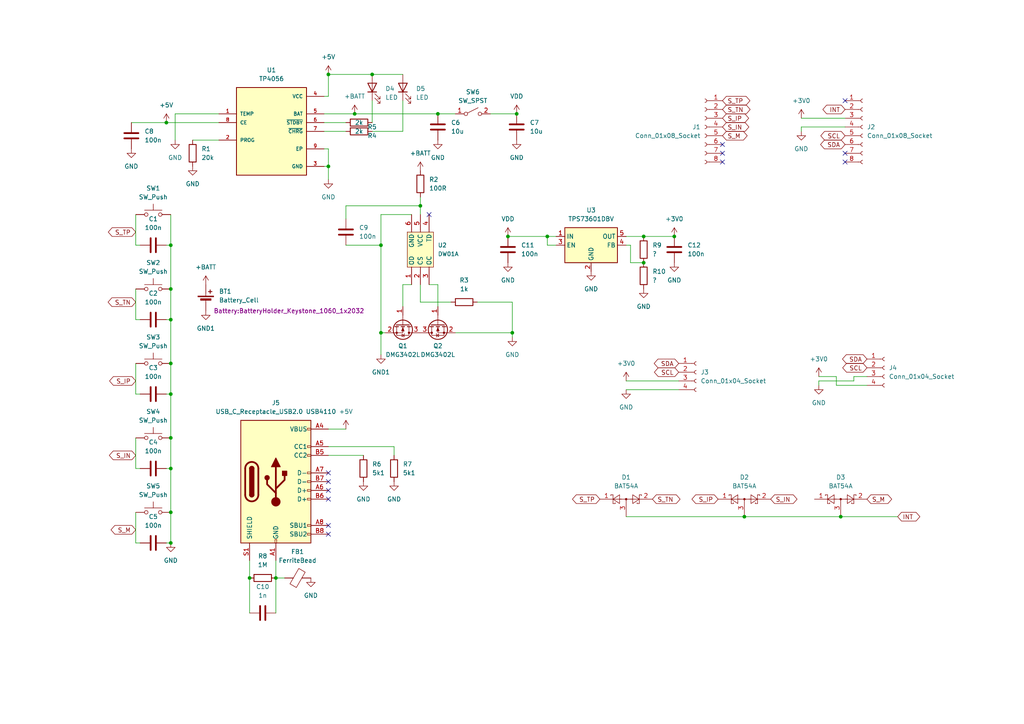
<source format=kicad_sch>
(kicad_sch (version 20230121) (generator eeschema)
  (paper "A4")
  (lib_symbols
    (symbol "Connector:Conn_01x04_Socket" (pin_names (offset 1.016) hide)
      (property "Reference" "J" (at 0 5.08 0))
      (property "Value" "Conn_01x04_Socket" (at 0 -7.62 0))
      (symbol "Conn_01x04_Socket_1_1"
        (arc (start 0 -4.572) (mid -0.5058 -5.08) (end 0 -5.588) (stroke (width 0.1524)))
        (arc (start 0 -2.032) (mid -0.5058 -2.54) (end 0 -3.048) (stroke (width 0.1524)))
        (polyline (pts (xy -1.27 -5.08) (xy -0.508 -5.08)) (stroke (width 0.1524)))
        (polyline (pts (xy -1.27 -2.54) (xy -0.508 -2.54)) (stroke (width 0.1524)))
        (polyline (pts (xy -1.27 0) (xy -0.508 0)) (stroke (width 0.1524)))
        (polyline (pts (xy -1.27 2.54) (xy -0.508 2.54)) (stroke (width 0.1524)))
        (arc (start 0 0.508) (mid -0.5058 0) (end 0 -0.508) (stroke (width 0.1524)))
        (arc (start 0 3.048) (mid -0.5058 2.54) (end 0 2.032) (stroke (width 0.1524)))
        (pin passive line (at -5.08 2.54 0) (length 3.81) (name "Pin_1") (number "1"))
        (pin passive line (at -5.08 0 0) (length 3.81) (name "Pin_2") (number "2"))
        (pin passive line (at -5.08 -2.54 0) (length 3.81) (name "Pin_3") (number "3"))
        (pin passive line (at -5.08 -5.08 0) (length 3.81) (name "Pin_4") (number "4"))
      )
    )
    (symbol "Connector:Conn_01x08_Socket" (pin_names (offset 1.016) hide)
      (property "Reference" "J" (at 0 10.16 0))
      (property "Value" "Conn_01x08_Socket" (at 0 -12.7 0))
      (symbol "Conn_01x08_Socket_1_1"
        (arc (start 0 -9.652) (mid -0.5058 -10.16) (end 0 -10.668) (stroke (width 0.1524)))
        (arc (start 0 -7.112) (mid -0.5058 -7.62) (end 0 -8.128) (stroke (width 0.1524)))
        (arc (start 0 -4.572) (mid -0.5058 -5.08) (end 0 -5.588) (stroke (width 0.1524)))
        (arc (start 0 -2.032) (mid -0.5058 -2.54) (end 0 -3.048) (stroke (width 0.1524)))
        (polyline (pts (xy -1.27 -10.16) (xy -0.508 -10.16)) (stroke (width 0.1524)))
        (polyline (pts (xy -1.27 -7.62) (xy -0.508 -7.62)) (stroke (width 0.1524)))
        (polyline (pts (xy -1.27 -5.08) (xy -0.508 -5.08)) (stroke (width 0.1524)))
        (polyline (pts (xy -1.27 -2.54) (xy -0.508 -2.54)) (stroke (width 0.1524)))
        (polyline (pts (xy -1.27 0) (xy -0.508 0)) (stroke (width 0.1524)))
        (polyline (pts (xy -1.27 2.54) (xy -0.508 2.54)) (stroke (width 0.1524)))
        (polyline (pts (xy -1.27 5.08) (xy -0.508 5.08)) (stroke (width 0.1524)))
        (polyline (pts (xy -1.27 7.62) (xy -0.508 7.62)) (stroke (width 0.1524)))
        (arc (start 0 0.508) (mid -0.5058 0) (end 0 -0.508) (stroke (width 0.1524)))
        (arc (start 0 3.048) (mid -0.5058 2.54) (end 0 2.032) (stroke (width 0.1524)))
        (arc (start 0 5.588) (mid -0.5058 5.08) (end 0 4.572) (stroke (width 0.1524)))
        (arc (start 0 8.128) (mid -0.5058 7.62) (end 0 7.112) (stroke (width 0.1524)))
        (pin passive line (at -5.08 7.62 0) (length 3.81) (name "Pin_1") (number "1"))
        (pin passive line (at -5.08 5.08 0) (length 3.81) (name "Pin_2") (number "2"))
        (pin passive line (at -5.08 2.54 0) (length 3.81) (name "Pin_3") (number "3"))
        (pin passive line (at -5.08 0 0) (length 3.81) (name "Pin_4") (number "4"))
        (pin passive line (at -5.08 -2.54 0) (length 3.81) (name "Pin_5") (number "5"))
        (pin passive line (at -5.08 -5.08 0) (length 3.81) (name "Pin_6") (number "6"))
        (pin passive line (at -5.08 -7.62 0) (length 3.81) (name "Pin_7") (number "7"))
        (pin passive line (at -5.08 -10.16 0) (length 3.81) (name "Pin_8") (number "8"))
      )
    )
    (symbol "Connector:USB_C_Receptacle_USB2.0" (pin_names (offset 1.016))
      (property "Reference" "J" (at -10.16 19.05 0))
      (property "Value" "USB_C_Receptacle_USB2.0" (at 19.05 19.05 0))
      (symbol "USB_C_Receptacle_USB2.0_0_0"
        (rectangle (start -0.254 -17.78) (end 0.254 -16.764))
        (rectangle (start 10.16 -14.986) (end 9.144 -15.494))
        (rectangle (start 10.16 -12.446) (end 9.144 -12.954))
        (rectangle (start 10.16 -4.826) (end 9.144 -5.334))
        (rectangle (start 10.16 -2.286) (end 9.144 -2.794))
        (rectangle (start 10.16 0.254) (end 9.144 -0.254))
        (rectangle (start 10.16 2.794) (end 9.144 2.286))
        (rectangle (start 10.16 7.874) (end 9.144 7.366))
        (rectangle (start 10.16 10.414) (end 9.144 9.906))
        (rectangle (start 10.16 15.494) (end 9.144 14.986))
      )
      (symbol "USB_C_Receptacle_USB2.0_0_1"
        (rectangle (start -10.16 17.78) (end 10.16 -17.78) (stroke (width 0.254)) (fill (type background)))
        (arc (start -8.89 -3.81) (mid -6.985 -5.7067) (end -5.08 -3.81) (stroke (width 0.508)))
        (arc (start -7.62 -3.81) (mid -6.985 -4.4423) (end -6.35 -3.81) (stroke (width 0.254)))
        (arc (start -7.62 -3.81) (mid -6.985 -4.4423) (end -6.35 -3.81) (stroke (width 0.254)) (fill (type outline)))
        (rectangle (start -7.62 -3.81) (end -6.35 3.81) (stroke (width 0.254)) (fill (type outline)))
        (arc (start -6.35 3.81) (mid -6.985 4.4423) (end -7.62 3.81) (stroke (width 0.254)))
        (arc (start -6.35 3.81) (mid -6.985 4.4423) (end -7.62 3.81) (stroke (width 0.254)) (fill (type outline)))
        (arc (start -5.08 3.81) (mid -6.985 5.7067) (end -8.89 3.81) (stroke (width 0.508)))
        (circle (center -2.54 1.143) (radius 0.635) (stroke (width 0.254)) (fill (type outline)))
        (circle (center 0 -5.842) (radius 1.27) (fill (type outline)))
        (polyline (pts (xy -8.89 -3.81) (xy -8.89 3.81)) (stroke (width 0.508)))
        (polyline (pts (xy -5.08 3.81) (xy -5.08 -3.81)) (stroke (width 0.508)))
        (polyline (pts (xy 0 -5.842) (xy 0 4.318)) (stroke (width 0.508)))
        (polyline (pts (xy 0 -3.302) (xy -2.54 -0.762) (xy -2.54 0.508)) (stroke (width 0.508)))
        (polyline (pts (xy 0 -2.032) (xy 2.54 0.508) (xy 2.54 1.778)) (stroke (width 0.508)))
        (polyline (pts (xy -1.27 4.318) (xy 0 6.858) (xy 1.27 4.318) (xy -1.27 4.318)) (stroke (width 0.254)) (fill (type outline)))
        (rectangle (start 1.905 1.778) (end 3.175 3.048) (stroke (width 0.254)) (fill (type outline)))
      )
      (symbol "USB_C_Receptacle_USB2.0_1_1"
        (pin passive line (at 0 -22.86 90) (length 5.08) (name "GND") (number "A1"))
        (pin passive line (at 0 -22.86 90) (length 5.08) hide (name "GND") (number "A12"))
        (pin passive line (at 15.24 15.24 180) (length 5.08) (name "VBUS") (number "A4"))
        (pin bidirectional line (at 15.24 10.16 180) (length 5.08) (name "CC1") (number "A5"))
        (pin bidirectional line (at 15.24 -2.54 180) (length 5.08) (name "D+") (number "A6"))
        (pin bidirectional line (at 15.24 2.54 180) (length 5.08) (name "D-") (number "A7"))
        (pin bidirectional line (at 15.24 -12.7 180) (length 5.08) (name "SBU1") (number "A8"))
        (pin passive line (at 15.24 15.24 180) (length 5.08) hide (name "VBUS") (number "A9"))
        (pin passive line (at 0 -22.86 90) (length 5.08) hide (name "GND") (number "B1"))
        (pin passive line (at 0 -22.86 90) (length 5.08) hide (name "GND") (number "B12"))
        (pin passive line (at 15.24 15.24 180) (length 5.08) hide (name "VBUS") (number "B4"))
        (pin bidirectional line (at 15.24 7.62 180) (length 5.08) (name "CC2") (number "B5"))
        (pin bidirectional line (at 15.24 -5.08 180) (length 5.08) (name "D+") (number "B6"))
        (pin bidirectional line (at 15.24 0 180) (length 5.08) (name "D-") (number "B7"))
        (pin bidirectional line (at 15.24 -15.24 180) (length 5.08) (name "SBU2") (number "B8"))
        (pin passive line (at 15.24 15.24 180) (length 5.08) hide (name "VBUS") (number "B9"))
        (pin passive line (at -7.62 -22.86 90) (length 5.08) (name "SHIELD") (number "S1"))
      )
    )
    (symbol "Device:Battery_Cell" (pin_numbers hide) (pin_names (offset 0) hide)
      (property "Reference" "BT" (at 2.54 2.54 0))
      (property "Value" "Battery_Cell" (at 2.54 0 0))
      (symbol "Battery_Cell_0_1"
        (rectangle (start -2.286 1.778) (end 2.286 1.524) (fill (type outline)))
        (rectangle (start -1.524 1.016) (end 1.524 0.508) (fill (type outline)))
        (polyline (pts (xy 0 0.762) (xy 0 0)))
        (polyline (pts (xy 0 1.778) (xy 0 2.54)))
        (polyline (pts (xy 0.762 3.048) (xy 1.778 3.048)) (stroke (width 0.254)))
        (polyline (pts (xy 1.27 3.556) (xy 1.27 2.54)) (stroke (width 0.254)))
      )
      (symbol "Battery_Cell_1_1"
        (pin passive line (at 0 5.08 270) (length 2.54) (name "+") (number "1"))
        (pin passive line (at 0 -2.54 90) (length 2.54) (name "-") (number "2"))
      )
    )
    (symbol "Device:C" (pin_numbers hide) (pin_names (offset 0.254))
      (property "Reference" "C" (at 0.635 2.54 0))
      (property "Value" "C" (at 0.635 -2.54 0))
      (symbol "C_0_1"
        (polyline (pts (xy -2.032 -0.762) (xy 2.032 -0.762)) (stroke (width 0.508)))
        (polyline (pts (xy -2.032 0.762) (xy 2.032 0.762)) (stroke (width 0.508)))
      )
      (symbol "C_1_1"
        (pin passive line (at 0 3.81 270) (length 2.794) (name "~") (number "1"))
        (pin passive line (at 0 -3.81 90) (length 2.794) (name "~") (number "2"))
      )
    )
    (symbol "Device:FerriteBead" (pin_numbers hide) (pin_names (offset 0))
      (property "Reference" "FB" (at -3.81 0.635 90))
      (property "Value" "FerriteBead" (at 3.81 0 90))
      (symbol "FerriteBead_0_1"
        (polyline (pts (xy 0 -1.27) (xy 0 -1.2192)))
        (polyline (pts (xy 0 1.27) (xy 0 1.2954)))
        (polyline (pts (xy -2.7686 0.4064) (xy -1.7018 2.2606) (xy 2.7686 -0.3048) (xy 1.6764 -2.159) (xy -2.7686 0.4064)))
      )
      (symbol "FerriteBead_1_1"
        (pin passive line (at 0 3.81 270) (length 2.54) (name "~") (number "1"))
        (pin passive line (at 0 -3.81 90) (length 2.54) (name "~") (number "2"))
      )
    )
    (symbol "Device:LED" (pin_numbers hide) (pin_names (offset 1.016) hide)
      (property "Reference" "D" (at 0 2.54 0))
      (property "Value" "LED" (at 0 -2.54 0))
      (symbol "LED_0_1"
        (polyline (pts (xy -1.27 -1.27) (xy -1.27 1.27)) (stroke (width 0.254)))
        (polyline (pts (xy -1.27 0) (xy 1.27 0)))
        (polyline (pts (xy 1.27 -1.27) (xy 1.27 1.27) (xy -1.27 0) (xy 1.27 -1.27)) (stroke (width 0.254)))
        (polyline (pts (xy -3.048 -0.762) (xy -4.572 -2.286) (xy -3.81 -2.286) (xy -4.572 -2.286) (xy -4.572 -1.524)))
        (polyline (pts (xy -1.778 -0.762) (xy -3.302 -2.286) (xy -2.54 -2.286) (xy -3.302 -2.286) (xy -3.302 -1.524)))
      )
      (symbol "LED_1_1"
        (pin passive line (at -3.81 0 0) (length 2.54) (name "K") (number "1"))
        (pin passive line (at 3.81 0 180) (length 2.54) (name "A") (number "2"))
      )
    )
    (symbol "Device:R" (pin_numbers hide) (pin_names (offset 0))
      (property "Reference" "R" (at 2.032 0 90))
      (property "Value" "R" (at 0 0 90))
      (symbol "R_0_1"
        (rectangle (start -1.016 -2.54) (end 1.016 2.54) (stroke (width 0.254)))
      )
      (symbol "R_1_1"
        (pin passive line (at 0 3.81 270) (length 1.27) (name "~") (number "1"))
        (pin passive line (at 0 -3.81 90) (length 1.27) (name "~") (number "2"))
      )
    )
    (symbol "Diode:BAT54A" (pin_names (offset 1.016))
      (property "Reference" "D" (at 0.635 -3.81 0))
      (property "Value" "BAT54A" (at -6.35 3.175 0))
      (symbol "BAT54A_0_1"
        (polyline (pts (xy -4.445 1.27) (xy -4.445 1.016)))
        (polyline (pts (xy -3.81 -1.27) (xy -3.81 1.27)))
        (polyline (pts (xy -3.81 -1.27) (xy -3.175 -1.27)))
        (polyline (pts (xy -3.81 0) (xy -1.27 0)))
        (polyline (pts (xy -3.81 1.27) (xy -4.445 1.27)))
        (polyline (pts (xy -3.175 -1.27) (xy -3.175 -1.016)))
        (polyline (pts (xy -1.905 0) (xy 1.905 0)))
        (polyline (pts (xy 1.27 0) (xy 3.81 0)))
        (polyline (pts (xy 3.175 -1.27) (xy 3.175 -1.016)))
        (polyline (pts (xy 3.81 -1.27) (xy 3.175 -1.27)))
        (polyline (pts (xy 3.81 -1.27) (xy 3.81 1.27)))
        (polyline (pts (xy 3.81 1.27) (xy 4.445 1.27)))
        (polyline (pts (xy 4.445 1.27) (xy 4.445 1.016)))
        (polyline (pts (xy -1.905 1.27) (xy -1.905 -1.27) (xy -3.81 0) (xy -1.905 1.27)))
        (polyline (pts (xy 1.905 1.27) (xy 1.905 -1.27) (xy 3.81 0) (xy 1.905 1.27)))
        (circle (center 0 0) (radius 0.254) (fill (type outline)))
      )
      (symbol "BAT54A_1_1"
        (pin passive line (at -7.62 0 0) (length 3.81) (name "~") (number "1"))
        (pin passive line (at 7.62 0 180) (length 3.81) (name "~") (number "2"))
        (pin passive line (at 0 -5.08 90) (length 5.08) (name "~") (number "3"))
      )
    )
    (symbol "LeoDJ:DW01A"
      (property "Reference" "U" (at -3.81 -5.08 0))
      (property "Value" "DW01A" (at -1.27 5.08 0))
      (symbol "DW01A_0_1"
        (rectangle (start -5.08 3.81) (end 5.08 -3.81) (fill (type background)))
      )
      (symbol "DW01A_1_1"
        (pin input line (at -10.16 2.54 0) (length 5.08) (name "OD") (number "1"))
        (pin input line (at -10.16 0 0) (length 5.08) (name "CS") (number "2"))
        (pin input line (at -10.16 -2.54 0) (length 5.08) (name "OC") (number "3"))
        (pin input line (at 10.16 -2.54 180) (length 5.08) (name "TD") (number "4"))
        (pin input line (at 10.16 0 180) (length 5.08) (name "VCC") (number "5"))
        (pin input line (at 10.16 2.54 180) (length 5.08) (name "GND") (number "6"))
      )
    )
    (symbol "Regulator_Linear:TPS73601DBV"
      (property "Reference" "U" (at -6.35 6.35 0))
      (property "Value" "TPS73601DBV" (at 0 6.35 0))
      (symbol "TPS73601DBV_0_1"
        (rectangle (start -7.62 -5.08) (end 7.62 5.08) (stroke (width 0.254)) (fill (type background)))
      )
      (symbol "TPS73601DBV_1_1"
        (pin power_in line (at -10.16 2.54 0) (length 2.54) (name "IN") (number "1"))
        (pin power_in line (at 0 -7.62 90) (length 2.54) (name "GND") (number "2"))
        (pin input line (at -10.16 0 0) (length 2.54) (name "EN") (number "3"))
        (pin input line (at 10.16 0 180) (length 2.54) (name "FB") (number "4"))
        (pin power_out line (at 10.16 2.54 180) (length 2.54) (name "OUT") (number "5"))
      )
    )
    (symbol "Switch:SW_Push" (pin_numbers hide) (pin_names (offset 1.016) hide)
      (property "Reference" "SW" (at 1.27 2.54 0))
      (property "Value" "SW_Push" (at 0 -1.524 0))
      (symbol "SW_Push_0_1"
        (circle (center -2.032 0) (radius 0.508))
        (polyline (pts (xy 0 1.27) (xy 0 3.048)))
        (polyline (pts (xy 2.54 1.27) (xy -2.54 1.27)))
        (circle (center 2.032 0) (radius 0.508))
        (pin passive line (at -5.08 0 0) (length 2.54) (name "1") (number "1"))
        (pin passive line (at 5.08 0 180) (length 2.54) (name "2") (number "2"))
      )
    )
    (symbol "Switch:SW_SPST" (pin_names (offset 0) hide)
      (property "Reference" "SW" (at 0 3.175 0))
      (property "Value" "SW_SPST" (at 0 -2.54 0))
      (symbol "SW_SPST_0_0"
        (circle (center -2.032 0) (radius 0.508))
        (polyline (pts (xy -1.524 0.254) (xy 1.524 1.778)))
        (circle (center 2.032 0) (radius 0.508))
      )
      (symbol "SW_SPST_1_1"
        (pin passive line (at -5.08 0 0) (length 2.54) (name "A") (number "1"))
        (pin passive line (at 5.08 0 180) (length 2.54) (name "B") (number "2"))
      )
    )
    (symbol "TP4056:TP4056" (pin_names (offset 1.016))
      (property "Reference" "U" (at -10.16 13.208 0))
      (property "Value" "TP4056" (at -10.16 -15.24 0))
      (symbol "TP4056_0_0"
        (rectangle (start -10.16 -12.7) (end 10.16 12.7) (stroke (width 0.254)) (fill (type background)))
        (pin input line (at -15.24 5.08 0) (length 5.08) (name "TEMP") (number "1"))
        (pin bidirectional line (at -15.24 -2.54 0) (length 5.08) (name "PROG") (number "2"))
        (pin power_in line (at 15.24 -10.16 180) (length 5.08) (name "GND") (number "3"))
        (pin power_in line (at 15.24 10.16 180) (length 5.08) (name "VCC") (number "4"))
        (pin output line (at 15.24 5.08 180) (length 5.08) (name "BAT") (number "5"))
        (pin output line (at 15.24 2.54 180) (length 5.08) (name "~{STDBY}") (number "6"))
        (pin output line (at 15.24 0 180) (length 5.08) (name "~{CHRG}") (number "7"))
        (pin input line (at -15.24 2.54 0) (length 5.08) (name "CE") (number "8"))
        (pin passive line (at 15.24 -5.08 180) (length 5.08) (name "EP") (number "9"))
      )
    )
    (symbol "Transistor_FET:DMG3402L" (pin_names hide)
      (property "Reference" "Q" (at 5.08 1.905 0))
      (property "Value" "DMG3402L" (at 5.08 0 0))
      (symbol "DMG3402L_0_1"
        (polyline (pts (xy 0.254 0) (xy -2.54 0)))
        (polyline (pts (xy 0.254 1.905) (xy 0.254 -1.905)) (stroke (width 0.254)))
        (polyline (pts (xy 0.762 -1.27) (xy 0.762 -2.286)) (stroke (width 0.254)))
        (polyline (pts (xy 0.762 0.508) (xy 0.762 -0.508)) (stroke (width 0.254)))
        (polyline (pts (xy 0.762 2.286) (xy 0.762 1.27)) (stroke (width 0.254)))
        (polyline (pts (xy 2.54 2.54) (xy 2.54 1.778)))
        (polyline (pts (xy 2.54 -2.54) (xy 2.54 0) (xy 0.762 0)))
        (polyline (pts (xy 0.762 -1.778) (xy 3.302 -1.778) (xy 3.302 1.778) (xy 0.762 1.778)))
        (polyline (pts (xy 1.016 0) (xy 2.032 0.381) (xy 2.032 -0.381) (xy 1.016 0)) (fill (type outline)))
        (polyline (pts (xy 2.794 0.508) (xy 2.921 0.381) (xy 3.683 0.381) (xy 3.81 0.254)))
        (polyline (pts (xy 3.302 0.381) (xy 2.921 -0.254) (xy 3.683 -0.254) (xy 3.302 0.381)))
        (circle (center 1.651 0) (radius 2.794) (stroke (width 0.254)))
        (circle (center 2.54 -1.778) (radius 0.254) (fill (type outline)))
        (circle (center 2.54 1.778) (radius 0.254) (fill (type outline)))
      )
      (symbol "DMG3402L_1_1"
        (pin input line (at -5.08 0 0) (length 2.54) (name "G") (number "1"))
        (pin passive line (at 2.54 -5.08 90) (length 2.54) (name "S") (number "2"))
        (pin passive line (at 2.54 5.08 270) (length 2.54) (name "D") (number "3"))
      )
    )
    (symbol "power:+3V0" (power) (pin_names (offset 0))
      (property "Value" "+3V0" (at 0 3.556 0))
      (symbol "+3V0_0_1"
        (polyline (pts (xy -0.762 1.27) (xy 0 2.54)))
        (polyline (pts (xy 0 0) (xy 0 2.54)))
        (polyline (pts (xy 0 2.54) (xy 0.762 1.27)))
      )
      (symbol "+3V0_1_1"
        (pin power_in line (at 0 0 90) (length 0) hide (name "+3V0") (number "1"))
      )
    )
    (symbol "power:+5V" (power) (pin_names (offset 0))
      (property "Value" "+5V" (at 0 3.556 0))
      (symbol "+5V_0_1"
        (polyline (pts (xy -0.762 1.27) (xy 0 2.54)))
        (polyline (pts (xy 0 0) (xy 0 2.54)))
        (polyline (pts (xy 0 2.54) (xy 0.762 1.27)))
      )
      (symbol "+5V_1_1"
        (pin power_in line (at 0 0 90) (length 0) hide (name "+5V") (number "1"))
      )
    )
    (symbol "power:+BATT" (power) (pin_names (offset 0))
      (property "Value" "+BATT" (at 0 3.556 0))
      (symbol "+BATT_0_1"
        (polyline (pts (xy -0.762 1.27) (xy 0 2.54)))
        (polyline (pts (xy 0 0) (xy 0 2.54)))
        (polyline (pts (xy 0 2.54) (xy 0.762 1.27)))
      )
      (symbol "+BATT_1_1"
        (pin power_in line (at 0 0 90) (length 0) hide (name "+BATT") (number "1"))
      )
    )
    (symbol "power:GND" (power) (pin_names (offset 0))
      (property "Value" "GND" (at 0 -3.81 0))
      (symbol "GND_0_1"
        (polyline (pts (xy 0 0) (xy 0 -1.27) (xy 1.27 -1.27) (xy 0 -2.54) (xy -1.27 -1.27) (xy 0 -1.27)))
      )
      (symbol "GND_1_1"
        (pin power_in line (at 0 0 270) (length 0) hide (name "GND") (number "1"))
      )
    )
    (symbol "power:GND1" (power) (pin_names (offset 0))
      (property "Value" "GND1" (at 0 -3.81 0))
      (symbol "GND1_0_1"
        (polyline (pts (xy 0 0) (xy 0 -1.27) (xy 1.27 -1.27) (xy 0 -2.54) (xy -1.27 -1.27) (xy 0 -1.27)))
      )
      (symbol "GND1_1_1"
        (pin power_in line (at 0 0 270) (length 0) hide (name "GND1") (number "1"))
      )
    )
    (symbol "power:VDD" (power) (pin_names (offset 0))
      (property "Value" "VDD" (at 0 3.81 0))
      (symbol "VDD_0_1"
        (polyline (pts (xy -0.762 1.27) (xy 0 2.54)))
        (polyline (pts (xy 0 0) (xy 0 2.54)))
        (polyline (pts (xy 0 2.54) (xy 0.762 1.27)))
      )
      (symbol "VDD_1_1"
        (pin power_in line (at 0 0 90) (length 0) hide (name "VDD") (number "1"))
      )
    )
  )
  (junction (at 49.53 83.82))
  (junction (at 215.9 149.86))
  (junction (at 127 33.02))
  (junction (at 195.58 68.58))
  (junction (at 49.53 92.71))
  (junction (at 107.95 21.59))
  (junction (at 110.49 96.52))
  (junction (at 49.53 114.3))
  (junction (at 243.84 149.86))
  (junction (at 102.87 33.02))
  (junction (at 95.25 21.59))
  (junction (at 186.69 76.2))
  (junction (at 49.53 148.59))
  (junction (at 48.26 35.56))
  (junction (at 49.53 71.12))
  (junction (at 49.53 157.48))
  (junction (at 95.25 48.26))
  (junction (at 110.49 71.12))
  (junction (at 148.59 96.52))
  (junction (at 158.75 68.58))
  (junction (at 147.32 68.58))
  (junction (at 186.69 68.58))
  (junction (at 149.86 33.02))
  (junction (at 49.53 135.89))
  (junction (at 49.53 105.41))
  (junction (at 121.92 59.69))
  (junction (at 49.53 127))
  (junction (at 72.39 167.64))
  (junction (at 80.01 167.64))
  (no_connect (at 95.25 142.24))
  (no_connect (at 95.25 139.7))
  (no_connect (at 209.55 44.45))
  (no_connect (at 209.55 46.99))
  (no_connect (at 95.25 154.94))
  (no_connect (at 245.11 44.45))
  (no_connect (at 95.25 137.16))
  (no_connect (at 209.55 41.91))
  (no_connect (at 245.11 46.99))
  (no_connect (at 124.46 62.23))
  (no_connect (at 245.11 29.21))
  (no_connect (at 95.25 152.4))
  (no_connect (at 95.25 144.78))
  (wire (pts (xy 110.49 62.23) (xy 119.38 62.23)))
  (wire (pts (xy 49.53 71.12) (xy 49.53 62.23)))
  (wire (pts (xy 95.25 21.59) (xy 107.95 21.59)))
  (wire (pts (xy 95.25 43.18) (xy 95.25 48.26)))
  (wire (pts (xy 247.65 110.49) (xy 247.65 109.22)))
  (wire (pts (xy 237.49 111.76) (xy 237.49 110.49)))
  (wire (pts (xy 127 33.02) (xy 132.08 33.02)))
  (wire (pts (xy 116.84 88.9) (xy 116.84 82.55)))
  (wire (pts (xy 148.59 97.79) (xy 148.59 96.52)))
  (wire (pts (xy 93.98 38.1) (xy 100.33 38.1)))
  (wire (pts (xy 48.26 157.48) (xy 49.53 157.48)))
  (wire (pts (xy 102.87 33.02) (xy 127 33.02)))
  (wire (pts (xy 242.57 111.76) (xy 251.46 111.76)))
  (wire (pts (xy 121.92 57.15) (xy 121.92 59.69)))
  (wire (pts (xy 100.33 71.12) (xy 110.49 71.12)))
  (wire (pts (xy 80.01 167.64) (xy 82.55 167.64)))
  (wire (pts (xy 39.37 92.71) (xy 39.37 83.82)))
  (wire (pts (xy 147.32 68.58) (xy 158.75 68.58)))
  (wire (pts (xy 48.26 92.71) (xy 49.53 92.71)))
  (wire (pts (xy 49.53 71.12) (xy 49.53 83.82)))
  (wire (pts (xy 181.61 71.12) (xy 182.88 71.12)))
  (wire (pts (xy 237.49 109.22) (xy 242.57 109.22)))
  (wire (pts (xy 49.53 114.3) (xy 49.53 105.41)))
  (wire (pts (xy 107.95 29.21) (xy 107.95 35.56)))
  (wire (pts (xy 116.84 82.55) (xy 119.38 82.55)))
  (wire (pts (xy 49.53 92.71) (xy 49.53 105.41)))
  (wire (pts (xy 232.41 38.1) (xy 232.41 36.83)))
  (wire (pts (xy 49.53 114.3) (xy 49.53 127)))
  (wire (pts (xy 182.88 76.2) (xy 186.69 76.2)))
  (wire (pts (xy 49.53 135.89) (xy 49.53 127)))
  (wire (pts (xy 110.49 96.52) (xy 111.76 96.52)))
  (wire (pts (xy 95.25 124.46) (xy 100.33 124.46)))
  (wire (pts (xy 55.88 40.64) (xy 63.5 40.64)))
  (wire (pts (xy 107.95 21.59) (xy 116.84 21.59)))
  (wire (pts (xy 39.37 114.3) (xy 39.37 105.41)))
  (wire (pts (xy 110.49 71.12) (xy 110.49 62.23)))
  (wire (pts (xy 100.33 59.69) (xy 121.92 59.69)))
  (wire (pts (xy 124.46 82.55) (xy 127 82.55)))
  (wire (pts (xy 50.8 40.64) (xy 50.8 33.02)))
  (wire (pts (xy 49.53 135.89) (xy 49.53 148.59)))
  (wire (pts (xy 132.08 96.52) (xy 148.59 96.52)))
  (wire (pts (xy 40.64 135.89) (xy 39.37 135.89)))
  (wire (pts (xy 148.59 96.52) (xy 148.59 87.63)))
  (wire (pts (xy 95.25 27.94) (xy 95.25 21.59)))
  (wire (pts (xy 39.37 157.48) (xy 39.37 148.59)))
  (wire (pts (xy 242.57 109.22) (xy 242.57 111.76)))
  (wire (pts (xy 181.61 149.86) (xy 215.9 149.86)))
  (wire (pts (xy 158.75 71.12) (xy 158.75 68.58)))
  (wire (pts (xy 110.49 102.87) (xy 110.49 96.52)))
  (wire (pts (xy 40.64 157.48) (xy 39.37 157.48)))
  (wire (pts (xy 142.24 33.02) (xy 149.86 33.02)))
  (wire (pts (xy 186.69 68.58) (xy 195.58 68.58)))
  (wire (pts (xy 48.26 114.3) (xy 49.53 114.3)))
  (wire (pts (xy 93.98 33.02) (xy 102.87 33.02)))
  (wire (pts (xy 40.64 92.71) (xy 39.37 92.71)))
  (wire (pts (xy 50.8 33.02) (xy 63.5 33.02)))
  (wire (pts (xy 40.64 114.3) (xy 39.37 114.3)))
  (wire (pts (xy 127 82.55) (xy 127 88.9)))
  (wire (pts (xy 158.75 68.58) (xy 161.29 68.58)))
  (wire (pts (xy 38.1 35.56) (xy 48.26 35.56)))
  (wire (pts (xy 232.41 36.83) (xy 245.11 36.83)))
  (wire (pts (xy 114.3 129.54) (xy 95.25 129.54)))
  (wire (pts (xy 93.98 48.26) (xy 95.25 48.26)))
  (wire (pts (xy 72.39 162.56) (xy 72.39 167.64)))
  (wire (pts (xy 181.61 110.49) (xy 196.85 110.49)))
  (wire (pts (xy 40.64 71.12) (xy 39.37 71.12)))
  (wire (pts (xy 161.29 71.12) (xy 158.75 71.12)))
  (wire (pts (xy 93.98 43.18) (xy 95.25 43.18)))
  (wire (pts (xy 72.39 167.64) (xy 72.39 177.8)))
  (wire (pts (xy 39.37 71.12) (xy 39.37 62.23)))
  (wire (pts (xy 95.25 132.08) (xy 105.41 132.08)))
  (wire (pts (xy 93.98 35.56) (xy 100.33 35.56)))
  (wire (pts (xy 48.26 135.89) (xy 49.53 135.89)))
  (wire (pts (xy 80.01 167.64) (xy 80.01 162.56)))
  (wire (pts (xy 215.9 149.86) (xy 243.84 149.86)))
  (wire (pts (xy 121.92 82.55) (xy 121.92 87.63)))
  (wire (pts (xy 232.41 34.29) (xy 245.11 34.29)))
  (wire (pts (xy 237.49 110.49) (xy 247.65 110.49)))
  (wire (pts (xy 48.26 35.56) (xy 63.5 35.56)))
  (wire (pts (xy 116.84 38.1) (xy 116.84 29.21)))
  (wire (pts (xy 107.95 38.1) (xy 116.84 38.1)))
  (wire (pts (xy 110.49 96.52) (xy 110.49 71.12)))
  (wire (pts (xy 114.3 132.08) (xy 114.3 129.54)))
  (wire (pts (xy 49.53 157.48) (xy 49.53 148.59)))
  (wire (pts (xy 182.88 71.12) (xy 182.88 76.2)))
  (wire (pts (xy 48.26 71.12) (xy 49.53 71.12)))
  (wire (pts (xy 80.01 167.64) (xy 80.01 177.8)))
  (wire (pts (xy 39.37 135.89) (xy 39.37 127)))
  (wire (pts (xy 243.84 149.86) (xy 260.35 149.86)))
  (wire (pts (xy 100.33 63.5) (xy 100.33 59.69)))
  (wire (pts (xy 121.92 59.69) (xy 121.92 62.23)))
  (wire (pts (xy 181.61 113.03) (xy 196.85 113.03)))
  (wire (pts (xy 247.65 109.22) (xy 251.46 109.22)))
  (wire (pts (xy 95.25 48.26) (xy 95.25 52.07)))
  (wire (pts (xy 49.53 92.71) (xy 49.53 83.82)))
  (wire (pts (xy 148.59 87.63) (xy 138.43 87.63)))
  (wire (pts (xy 181.61 68.58) (xy 186.69 68.58)))
  (wire (pts (xy 121.92 87.63) (xy 130.81 87.63)))
  (wire (pts (xy 93.98 27.94) (xy 95.25 27.94)))
  (global_label "S_TP" (shape bidirectional) (at 209.55 29.21 0) (property "Intersheetrefs" "${INTERSHEET_REFS}" (effects hide)))
  (global_label "S_TP" (shape bidirectional) (at 39.37 67.31 180) (property "Intersheetrefs" "${INTERSHEET_REFS}" (effects hide)))
  (global_label "S_IP" (shape bidirectional) (at 39.37 110.49 180) (property "Intersheetrefs" "${INTERSHEET_REFS}" (effects hide)))
  (global_label "INT" (shape bidirectional) (at 245.11 31.75 180) (property "Intersheetrefs" "${INTERSHEET_REFS}" (effects hide)))
  (global_label "S_IP" (shape bidirectional) (at 209.55 34.29 0) (property "Intersheetrefs" "${INTERSHEET_REFS}" (effects hide)))
  (global_label "S_TN" (shape bidirectional) (at 189.23 144.78 0) (property "Intersheetrefs" "${INTERSHEET_REFS}" (effects hide)))
  (global_label "S_TN" (shape bidirectional) (at 39.37 87.63 180) (property "Intersheetrefs" "${INTERSHEET_REFS}" (effects hide)))
  (global_label "SDA" (shape bidirectional) (at 251.46 104.14 180) (property "Intersheetrefs" "${INTERSHEET_REFS}" (effects hide)))
  (global_label "S_IN" (shape bidirectional) (at 39.37 132.08 180) (property "Intersheetrefs" "${INTERSHEET_REFS}" (effects hide)))
  (global_label "INT" (shape bidirectional) (at 260.35 149.86 0) (property "Intersheetrefs" "${INTERSHEET_REFS}" (effects hide)))
  (global_label "S_TP" (shape bidirectional) (at 173.99 144.78 180) (property "Intersheetrefs" "${INTERSHEET_REFS}" (effects hide)))
  (global_label "SCL" (shape bidirectional) (at 196.85 107.95 180) (property "Intersheetrefs" "${INTERSHEET_REFS}" (effects hide)))
  (global_label "SDA" (shape bidirectional) (at 245.11 41.91 180) (property "Intersheetrefs" "${INTERSHEET_REFS}" (effects hide)))
  (global_label "SCL" (shape bidirectional) (at 251.46 106.68 180) (property "Intersheetrefs" "${INTERSHEET_REFS}" (effects hide)))
  (global_label "S_M" (shape bidirectional) (at 251.46 144.78 0) (property "Intersheetrefs" "${INTERSHEET_REFS}" (effects hide)))
  (global_label "S_IN" (shape bidirectional) (at 223.52 144.78 0) (property "Intersheetrefs" "${INTERSHEET_REFS}" (effects hide)))
  (global_label "S_M" (shape bidirectional) (at 39.37 153.67 180) (property "Intersheetrefs" "${INTERSHEET_REFS}" (effects hide)))
  (global_label "S_M" (shape bidirectional) (at 209.55 39.37 0) (property "Intersheetrefs" "${INTERSHEET_REFS}" (effects hide)))
  (global_label "S_TN" (shape bidirectional) (at 209.55 31.75 0) (property "Intersheetrefs" "${INTERSHEET_REFS}" (effects hide)))
  (global_label "SCL" (shape bidirectional) (at 245.11 39.37 180) (property "Intersheetrefs" "${INTERSHEET_REFS}" (effects hide)))
  (global_label "SDA" (shape bidirectional) (at 196.85 105.41 180) (property "Intersheetrefs" "${INTERSHEET_REFS}" (effects hide)))
  (global_label "S_IN" (shape bidirectional) (at 209.55 36.83 0) (property "Intersheetrefs" "${INTERSHEET_REFS}" (effects hide)))
  (global_label "S_IP" (shape bidirectional) (at 208.28 144.78 180) (property "Intersheetrefs" "${INTERSHEET_REFS}" (effects hide)))
  (symbol (lib_id "power:+BATT") (at 121.92 49.53 0) (unit 1)
    (property "Reference" "#PWR016" (effects hide))
    (property "Value" "+BATT" (at 121.92 44.45 0))
  )
  (symbol (lib_id "Device:R") (at 134.62 87.63 90) (unit 1)
    (property "Reference" "R3" (at 134.62 81.28 90))
    (property "Value" "1k" (at 134.62 83.82 90))
    (property "Footprint" "Resistor_SMD:R_0603_1608Metric" (effects hide))
  )
  (symbol (lib_id "power:GND1") (at 110.49 102.87 0) (unit 1)
    (property "Reference" "#PWR017" (effects hide))
    (property "Value" "GND1" (at 110.49 107.95 0))
  )
  (symbol (lib_id "Diode:BAT54A") (at 215.9 144.78 0) (unit 1)
    (property "Reference" "D2" (at 215.9 138.43 0))
    (property "Value" "BAT54A" (at 215.9 140.97 0))
    (property "Footprint" "Package_TO_SOT_SMD:SOT-23" (effects hide))
    (property "Datasheet" "http://www.diodes.com/_files/datasheets/ds11005.pdf" (effects hide))
  )
  (symbol (lib_id "power:GND") (at 127 40.64 0) (unit 1)
    (property "Reference" "#PWR014" (effects hide))
    (property "Value" "GND" (at 127 45.72 0))
  )
  (symbol (lib_id "power:GND") (at 105.41 139.7 0) (unit 1)
    (property "Reference" "#PWR025" (effects hide))
    (property "Value" "GND" (at 105.41 144.78 0))
  )
  (symbol (lib_id "power:GND") (at 50.8 40.64 0) (unit 1)
    (property "Reference" "#PWR021" (effects hide))
    (property "Value" "GND" (at 50.8 45.72 0))
  )
  (symbol (lib_id "Device:R") (at 186.69 80.01 180) (unit 1)
    (property "Reference" "R10" (at 189.23 78.74 0) (effects (justify right)))
    (property "Value" "?" (at 189.23 81.28 0) (effects (justify right)))
    (property "Footprint" "Resistor_SMD:R_0603_1608Metric" (effects hide))
  )
  (symbol (lib_id "Device:C") (at 76.2 177.8 270) (unit 1)
    (property "Reference" "C10" (at 76.2 170.18 90))
    (property "Value" "1n" (at 76.2 172.72 90))
    (property "Footprint" "Capacitor_SMD:C_0603_1608Metric" (effects hide))
  )
  (symbol (lib_id "Device:FerriteBead") (at 86.36 167.64 90) (unit 1)
    (property "Reference" "FB1" (at 86.3092 160.02 90))
    (property "Value" "FerriteBead" (at 86.3092 162.56 90))
    (property "Footprint" "Inductor_SMD:L_0603_1608Metric" (effects hide))
  )
  (symbol (lib_id "Diode:BAT54A") (at 243.84 144.78 0) (unit 1)
    (property "Reference" "D3" (at 243.84 138.43 0))
    (property "Value" "BAT54A" (at 243.84 140.97 0))
    (property "Footprint" "Package_TO_SOT_SMD:SOT-23" (effects hide))
    (property "Datasheet" "http://www.diodes.com/_files/datasheets/ds11005.pdf" (effects hide))
  )
  (symbol (lib_id "Device:C") (at 44.45 135.89 90) (unit 1)
    (property "Reference" "C4" (at 44.45 128.27 90))
    (property "Value" "100n" (at 44.45 130.81 90))
    (property "Footprint" "Capacitor_SMD:C_0603_1608Metric" (effects hide))
  )
  (symbol (lib_id "Device:R") (at 76.2 167.64 270) (unit 1)
    (property "Reference" "R8" (at 76.2 161.29 90))
    (property "Value" "1M" (at 76.2 163.83 90))
    (property "Footprint" "Resistor_SMD:R_0603_1608Metric" (effects hide))
  )
  (symbol (lib_id "power:+3V0") (at 232.41 34.29 0) (unit 1)
    (property "Reference" "#PWR09" (effects hide))
    (property "Value" "+3V0" (at 232.41 29.21 0))
  )
  (symbol (lib_id "power:GND") (at 195.58 76.2 0) (unit 1)
    (property "Reference" "#PWR029" (effects hide))
    (property "Value" "GND" (at 195.58 81.28 0))
  )
  (symbol (lib_id "power:GND") (at 171.45 78.74 0) (unit 1)
    (property "Reference" "#PWR028" (effects hide))
    (property "Value" "GND" (at 171.45 83.82 0))
  )
  (symbol (lib_id "Device:C") (at 100.33 67.31 180) (unit 1)
    (property "Reference" "C9" (at 104.14 66.04 0) (effects (justify right)))
    (property "Value" "100n" (at 104.14 68.58 0) (effects (justify right)))
    (property "Footprint" "Capacitor_SMD:C_0603_1608Metric" (effects hide))
  )
  (symbol (lib_id "Transistor_FET:DMG3402L") (at 127 93.98 90) (mirror x) (unit 1)
    (property "Reference" "Q2" (at 127 100.33 90))
    (property "Value" "DMG3402L" (at 127 102.87 90))
    (property "Footprint" "Package_TO_SOT_SMD:SOT-23" (effects hide))
    (property "Datasheet" "http://www.diodes.com/assets/Datasheets/DMG3402L.pdf" (effects hide))
  )
  (symbol (lib_id "Switch:SW_Push") (at 44.45 148.59 0) (unit 1)
    (property "Reference" "SW5" (at 44.45 140.97 0))
    (property "Value" "SW_Push" (at 44.45 143.51 0))
    (property "Footprint" "Button_Switch_THT:SW_PUSH_6mm_H5mm" (effects hide))
  )
  (symbol (lib_id "power:+5V") (at 95.25 21.59 0) (unit 1)
    (property "Reference" "#PWR019" (effects hide))
    (property "Value" "+5V" (at 95.25 16.51 0))
  )
  (symbol (lib_id "power:+3V0") (at 195.58 68.58 0) (unit 1)
    (property "Reference" "#PWR031" (effects hide))
    (property "Value" "+3V0" (at 195.58 63.5 0))
  )
  (symbol (lib_id "Device:C") (at 44.45 114.3 90) (unit 1)
    (property "Reference" "C3" (at 44.45 106.68 90))
    (property "Value" "100n" (at 44.45 109.22 90))
    (property "Footprint" "Capacitor_SMD:C_0603_1608Metric" (effects hide))
  )
  (symbol (lib_id "Switch:SW_Push") (at 44.45 105.41 0) (unit 1)
    (property "Reference" "SW3" (at 44.45 97.79 0))
    (property "Value" "SW_Push" (at 44.45 100.33 0))
    (property "Footprint" "Button_Switch_THT:SW_PUSH_6mm_H5mm" (effects hide))
  )
  (symbol (lib_id "power:GND") (at 147.32 76.2 0) (unit 1)
    (property "Reference" "#PWR027" (effects hide))
    (property "Value" "GND" (at 147.32 81.28 0))
  )
  (symbol (lib_id "power:GND") (at 38.1 43.18 0) (unit 1)
    (property "Reference" "#PWR022" (effects hide))
    (property "Value" "GND" (at 38.1 48.26 0))
  )
  (symbol (lib_id "power:GND") (at 114.3 139.7 0) (unit 1)
    (property "Reference" "#PWR026" (effects hide))
    (property "Value" "GND" (at 114.3 144.78 0))
  )
  (symbol (lib_id "Transistor_FET:DMG3402L") (at 116.84 93.98 270) (unit 1)
    (property "Reference" "Q1" (at 116.84 100.33 90))
    (property "Value" "DMG3402L" (at 116.84 102.87 90))
    (property "Footprint" "Package_TO_SOT_SMD:SOT-23" (effects hide))
    (property "Datasheet" "http://www.diodes.com/assets/Datasheets/DMG3402L.pdf" (effects hide))
  )
  (symbol (lib_id "Switch:SW_SPST") (at 137.16 33.02 0) (unit 1)
    (property "Reference" "SW6" (at 137.16 26.67 0))
    (property "Value" "SW_SPST" (at 137.16 29.21 0))
    (property "Footprint" "Button_Switch_SMD:SW_SPDT_PCM12" (effects hide))
  )
  (symbol (lib_id "Device:C") (at 44.45 157.48 90) (unit 1)
    (property "Reference" "C5" (at 44.45 149.86 90))
    (property "Value" "100n" (at 44.45 152.4 90))
    (property "Footprint" "Capacitor_SMD:C_0603_1608Metric" (effects hide))
  )
  (symbol (lib_id "power:GND") (at 90.17 167.64 0) (unit 1)
    (property "Reference" "#PWR024" (effects hide))
    (property "Value" "GND" (at 90.17 172.72 0))
  )
  (symbol (lib_id "Connector:Conn_01x08_Socket") (at 250.19 36.83 0) (unit 1)
    (property "Reference" "J2" (at 251.46 36.83 0) (effects (justify left)))
    (property "Value" "Conn_01x08_Socket" (at 251.46 39.37 0) (effects (justify left)))
    (property "Footprint" "Connector_PinHeader_2.54mm:PinHeader_1x08_P2.54mm_Vertical" (effects hide))
  )
  (symbol (lib_id "Device:C") (at 149.86 36.83 180) (unit 1)
    (property "Reference" "C7" (at 153.67 35.56 0) (effects (justify right)))
    (property "Value" "10u" (at 153.67 38.1 0) (effects (justify right)))
    (property "Footprint" "Capacitor_SMD:C_0603_1608Metric" (effects hide))
  )
  (symbol (lib_id "power:+5V") (at 100.33 124.46 0) (unit 1)
    (property "Reference" "#PWR023" (effects hide))
    (property "Value" "+5V" (at 100.33 119.38 0))
  )
  (symbol (lib_id "Device:R") (at 114.3 135.89 180) (unit 1)
    (property "Reference" "R7" (at 116.84 134.62 0) (effects (justify right)))
    (property "Value" "5k1" (at 116.84 137.16 0) (effects (justify right)))
    (property "Footprint" "Resistor_SMD:R_0603_1608Metric" (effects hide))
  )
  (symbol (lib_id "Device:R") (at 55.88 44.45 0) (unit 1)
    (property "Reference" "R1" (at 58.42 43.18 0) (effects (justify left)))
    (property "Value" "20k" (at 58.42 45.72 0) (effects (justify left)))
    (property "Footprint" "Resistor_SMD:R_0603_1608Metric" (effects hide))
  )
  (symbol (lib_id "LeoDJ:DW01A") (at 121.92 72.39 90) (unit 1)
    (property "Reference" "U2" (at 127 71.12 90) (effects (font (size 1.1938 1.1938)) (justify right)))
    (property "Value" "DW01A" (at 127 73.66 90) (effects (font (size 1.1938 1.1938)) (justify right)))
    (property "Footprint" "Package_TO_SOT_SMD:SOT-23-6" (effects hide))
    (property "Datasheet" "http://escooter.org.ua/_fr/1/DW01A-DS-10_EN.pdf" (effects hide))
  )
  (symbol (lib_id "power:VDD") (at 149.86 33.02 0) (unit 1)
    (property "Reference" "#PWR013" (effects hide))
    (property "Value" "VDD" (at 149.86 27.94 0))
  )
  (symbol (lib_id "Connector:Conn_01x04_Socket") (at 201.93 107.95 0) (unit 1)
    (property "Reference" "J3" (at 203.2 107.95 0) (effects (justify left)))
    (property "Value" "Conn_01x04_Socket" (at 203.2 110.49 0) (effects (justify left)))
    (property "Footprint" "Connector_PinHeader_2.54mm:PinHeader_1x04_P2.54mm_Vertical" (effects hide))
  )
  (symbol (lib_id "Switch:SW_Push") (at 44.45 62.23 0) (unit 1)
    (property "Reference" "SW1" (at 44.45 54.61 0))
    (property "Value" "SW_Push" (at 44.45 57.15 0))
    (property "Footprint" "Button_Switch_THT:SW_PUSH_6mm_H5mm" (effects hide))
  )
  (symbol (lib_id "Switch:SW_Push") (at 44.45 83.82 0) (unit 1)
    (property "Reference" "SW2" (at 44.45 76.2 0))
    (property "Value" "SW_Push" (at 44.45 78.74 0))
    (property "Footprint" "Button_Switch_THT:SW_PUSH_6mm_H5mm" (effects hide))
  )
  (symbol (lib_id "power:GND") (at 232.41 38.1 0) (unit 1)
    (property "Reference" "#PWR08" (effects hide))
    (property "Value" "GND" (at 232.41 43.18 0))
  )
  (symbol (lib_id "power:+3V0") (at 181.61 110.49 0) (unit 1)
    (property "Reference" "#PWR04" (effects hide))
    (property "Value" "+3V0" (at 181.61 105.41 0))
  )
  (symbol (lib_id "Diode:BAT54A") (at 181.61 144.78 0) (unit 1)
    (property "Reference" "D1" (at 181.61 138.43 0))
    (property "Value" "BAT54A" (at 181.61 140.97 0))
    (property "Footprint" "Package_TO_SOT_SMD:SOT-23" (effects hide))
    (property "Datasheet" "http://www.diodes.com/_files/datasheets/ds11005.pdf" (effects hide))
  )
  (symbol (lib_id "Device:R") (at 105.41 135.89 180) (unit 1)
    (property "Reference" "R6" (at 107.95 134.62 0) (effects (justify right)))
    (property "Value" "5k1" (at 107.95 137.16 0) (effects (justify right)))
    (property "Footprint" "Resistor_SMD:R_0603_1608Metric" (effects hide))
  )
  (symbol (lib_id "Device:LED") (at 107.95 25.4 90) (unit 1)
    (property "Reference" "D4" (at 111.76 25.7175 90) (effects (justify right)))
    (property "Value" "LED" (at 111.76 28.2575 90) (effects (justify right)))
    (property "Footprint" "LED_SMD:LED_0603_1608Metric" (effects hide))
  )
  (symbol (lib_id "Connector:USB_C_Receptacle_USB2.0") (at 80.01 139.7 0) (unit 1)
    (property "Reference" "J5" (at 80.01 116.84 0))
    (property "Value" "USB_C_Receptacle_USB2.0 USB4110" (at 80.01 119.38 0))
    (property "Footprint" "Connector_USB:USB_C_Receptacle_GCT_USB4110" (effects hide))
    (property "Datasheet" "https://www.usb.org/sites/default/files/documents/usb_type-c.zip" (effects hide))
  )
  (symbol (lib_id "power:GND") (at 95.25 52.07 0) (unit 1)
    (property "Reference" "#PWR010" (effects hide))
    (property "Value" "GND" (at 95.25 57.15 0))
  )
  (symbol (lib_id "Device:C") (at 127 36.83 180) (unit 1)
    (property "Reference" "C6" (at 130.81 35.56 0) (effects (justify right)))
    (property "Value" "10u" (at 130.81 38.1 0) (effects (justify right)))
    (property "Footprint" "Capacitor_SMD:C_0603_1608Metric" (effects hide))
  )
  (symbol (lib_id "Device:C") (at 44.45 92.71 90) (unit 1)
    (property "Reference" "C2" (at 44.45 85.09 90))
    (property "Value" "100n" (at 44.45 87.63 90))
    (property "Footprint" "Capacitor_SMD:C_0603_1608Metric" (effects hide))
  )
  (symbol (lib_id "Device:C") (at 147.32 72.39 180) (unit 1)
    (property "Reference" "C11" (at 151.13 71.12 0) (effects (justify right)))
    (property "Value" "100n" (at 151.13 73.66 0) (effects (justify right)))
    (property "Footprint" "Capacitor_SMD:C_0603_1608Metric" (effects hide))
  )
  (symbol (lib_id "power:GND") (at 49.53 157.48 0) (unit 1)
    (property "Reference" "#PWR07" (effects hide))
    (property "Value" "GND" (at 49.53 162.56 0))
  )
  (symbol (lib_id "power:+3V0") (at 237.49 109.22 0) (unit 1)
    (property "Reference" "#PWR03" (effects hide))
    (property "Value" "+3V0" (at 237.49 104.14 0))
  )
  (symbol (lib_id "Connector:Conn_01x04_Socket") (at 256.54 106.68 0) (unit 1)
    (property "Reference" "J4" (at 257.81 106.68 0) (effects (justify left)))
    (property "Value" "Conn_01x04_Socket" (at 257.81 109.22 0) (effects (justify left)))
    (property "Footprint" "Connector_PinHeader_2.54mm:PinHeader_1x04_P2.54mm_Vertical" (effects hide))
  )
  (symbol (lib_id "Device:LED") (at 116.84 25.4 90) (unit 1)
    (property "Reference" "D5" (at 120.65 25.7175 90) (effects (justify right)))
    (property "Value" "LED" (at 120.65 28.2575 90) (effects (justify right)))
    (property "Footprint" "LED_SMD:LED_0603_1608Metric" (effects hide))
  )
  (symbol (lib_id "power:GND") (at 148.59 97.79 0) (unit 1)
    (property "Reference" "#PWR018" (effects hide))
    (property "Value" "GND" (at 148.59 102.87 0))
  )
  (symbol (lib_id "power:GND") (at 181.61 113.03 0) (unit 1)
    (property "Reference" "#PWR05" (effects hide))
    (property "Value" "GND" (at 181.61 118.11 0))
  )
  (symbol (lib_id "Device:R") (at 104.14 35.56 90) (unit 1)
    (property "Reference" "R5" (at 107.95 36.83 90))
    (property "Value" "2k" (at 104.14 35.56 90))
    (property "Footprint" "Resistor_SMD:R_0603_1608Metric" (effects hide))
  )
  (symbol (lib_id "Device:C") (at 195.58 72.39 180) (unit 1)
    (property "Reference" "C12" (at 199.39 71.12 0) (effects (justify right)))
    (property "Value" "100n" (at 199.39 73.66 0) (effects (justify right)))
    (property "Footprint" "Capacitor_SMD:C_0603_1608Metric" (effects hide))
  )
  (symbol (lib_id "power:GND") (at 55.88 48.26 0) (unit 1)
    (property "Reference" "#PWR012" (effects hide))
    (property "Value" "GND" (at 55.88 53.34 0))
  )
  (symbol (lib_id "power:+BATT") (at 59.69 82.55 0) (unit 1)
    (property "Reference" "#PWR02" (effects hide))
    (property "Value" "+BATT" (at 59.69 77.47 0))
  )
  (symbol (lib_id "power:+5V") (at 48.26 35.56 0) (unit 1)
    (property "Reference" "#PWR020" (effects hide))
    (property "Value" "+5V" (at 48.26 30.48 0))
  )
  (symbol (lib_id "TP4056:TP4056") (at 78.74 38.1 0) (unit 1)
    (property "Reference" "U1" (at 78.74 20.32 0))
    (property "Value" "TP4056" (at 78.74 22.86 0))
    (property "Footprint" "kicad_libs:SOP127P600X175-9N" (effects hide))
    (property "MF" "NanJing Top Power ASIC Corp." (effects hide))
    (property "MAXIMUM_PACKAGE_HEIGHT" "1.75mm" (effects hide))
    (property "Package" "Package" (effects hide))
    (property "Price" "None" (effects hide))
    (property "Check_prices" "https://www.snapeda.com/parts/TP4056/NanJing+Top+Power+ASIC+Corp./view-part/?ref=eda" (effects hide))
    (property "STANDARD" "IPC 7351B" (effects hide))
    (property "SnapEDA_Link" "https://www.snapeda.com/parts/TP4056/NanJing+Top+Power+ASIC+Corp./view-part/?ref=snap" (effects hide))
    (property "MP" "TP4056" (effects hide))
    (property "Description" "\nComplete single cell Li-Ion battery with a constant current / constant voltage linear charger\n" (effects hide))
    (property "Availability" "Not in stock" (effects hide))
    (property "MANUFACTURER" "NanJing Top Power ASIC Corp." (effects hide))
  )
  (symbol (lib_id "Device:R") (at 186.69 72.39 180) (unit 1)
    (property "Reference" "R9" (at 189.23 71.12 0) (effects (justify right)))
    (property "Value" "?" (at 189.23 73.66 0) (effects (justify right)))
    (property "Footprint" "Resistor_SMD:R_0603_1608Metric" (effects hide))
  )
  (symbol (lib_id "power:GND") (at 237.49 111.76 0) (unit 1)
    (property "Reference" "#PWR06" (effects hide))
    (property "Value" "GND" (at 237.49 116.84 0))
  )
  (symbol (lib_id "power:+BATT") (at 102.87 33.02 0) (unit 1)
    (property "Reference" "#PWR011" (effects hide))
    (property "Value" "+BATT" (at 102.87 27.94 0))
  )
  (symbol (lib_id "Connector:Conn_01x08_Socket") (at 204.47 36.83 0) (mirror y) (unit 1)
    (property "Reference" "J1" (at 203.2 36.83 0) (effects (justify left)))
    (property "Value" "Conn_01x08_Socket" (at 203.2 39.37 0) (effects (justify left)))
    (property "Footprint" "Connector_PinHeader_2.54mm:PinHeader_1x08_P2.54mm_Vertical" (effects hide))
  )
  (symbol (lib_id "power:GND") (at 149.86 40.64 0) (unit 1)
    (property "Reference" "#PWR015" (effects hide))
    (property "Value" "GND" (at 149.86 45.72 0))
  )
  (symbol (lib_id "power:VDD") (at 147.32 68.58 0) (unit 1)
    (property "Reference" "#PWR030" (effects hide))
    (property "Value" "VDD" (at 147.32 63.5 0))
  )
  (symbol (lib_id "power:GND1") (at 59.69 90.17 0) (unit 1)
    (property "Reference" "#PWR01" (effects hide))
    (property "Value" "GND1" (at 59.69 95.25 0))
  )
  (symbol (lib_id "Switch:SW_Push") (at 44.45 127 0) (unit 1)
    (property "Reference" "SW4" (at 44.45 119.38 0))
    (property "Value" "SW_Push" (at 44.45 121.92 0))
    (property "Footprint" "Button_Switch_THT:SW_PUSH_6mm_H5mm" (effects hide))
  )
  (symbol (lib_id "Regulator_Linear:TPS73601DBV") (at 171.45 71.12 0) (unit 1)
    (property "Reference" "U3" (at 171.45 60.96 0))
    (property "Value" "TPS73601DBV" (at 171.45 63.5 0))
    (property "Footprint" "Package_TO_SOT_SMD:SOT-23-5" (effects hide))
    (property "Datasheet" "http://www.ti.com/lit/ds/symlink/tps736.pdf" (effects hide))
  )
  (symbol (lib_id "power:GND") (at 186.69 83.82 0) (unit 1)
    (property "Reference" "#PWR032" (effects hide))
    (property "Value" "GND" (at 186.69 88.9 0))
  )
  (symbol (lib_id "Device:C") (at 44.45 71.12 90) (unit 1)
    (property "Reference" "C1" (at 44.45 63.5 90))
    (property "Value" "100n" (at 44.45 66.04 90))
    (property "Footprint" "Capacitor_SMD:C_0603_1608Metric" (effects hide))
  )
  (symbol (lib_id "Device:R") (at 104.14 38.1 90) (unit 1)
    (property "Reference" "R4" (at 107.95 39.37 90))
    (property "Value" "2k" (at 104.14 38.1 90))
    (property "Footprint" "Resistor_SMD:R_0603_1608Metric" (effects hide))
  )
  (symbol (lib_id "Device:Battery_Cell") (at 59.69 87.63 0) (unit 1)
    (property "Reference" "BT1" (at 63.5 84.5185 0) (effects (justify left)))
    (property "Value" "Battery_Cell" (at 63.5 87.0585 0) (effects (justify left)))
    (property "Footprint" "Battery:BatteryHolder_Keystone_1060_1x2032" (at 83.82 90.17 0))
  )
  (symbol (lib_id "Device:C") (at 38.1 39.37 180) (unit 1)
    (property "Reference" "C8" (at 41.91 38.1 0) (effects (justify right)))
    (property "Value" "100n" (at 41.91 40.64 0) (effects (justify right)))
    (property "Footprint" "Capacitor_SMD:C_0603_1608Metric" (effects hide))
  )
  (symbol (lib_id "Device:R") (at 121.92 53.34 0) (unit 1)
    (property "Reference" "R2" (at 124.46 52.07 0) (effects (justify left)))
    (property "Value" "100R" (at 124.46 54.61 0) (effects (justify left)))
    (property "Footprint" "Resistor_SMD:R_0603_1608Metric" (effects hide))
  )
)
</source>
